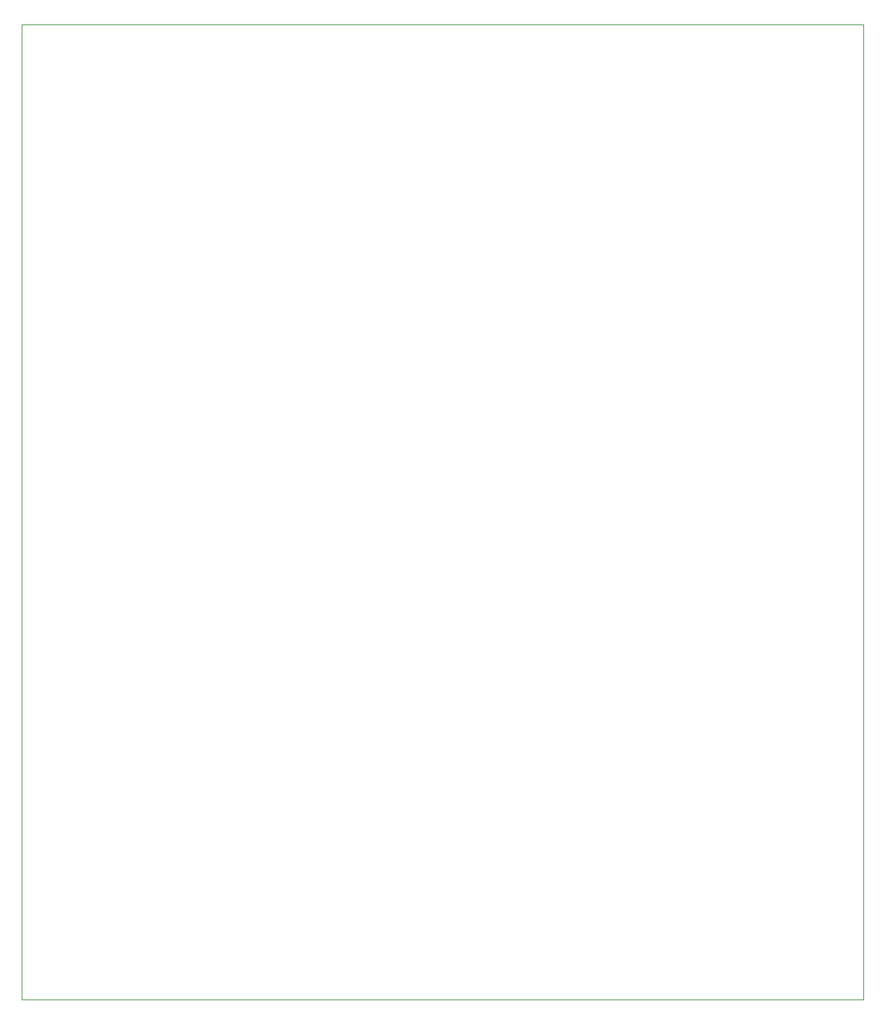
<source format=gbr>
%TF.GenerationSoftware,KiCad,Pcbnew,(7.0.0)*%
%TF.CreationDate,2023-03-09T16:04:36-06:00*%
%TF.ProjectId,RB-Macro16,52422d4d-6163-4726-9f31-362e6b696361,rev?*%
%TF.SameCoordinates,Original*%
%TF.FileFunction,Profile,NP*%
%FSLAX46Y46*%
G04 Gerber Fmt 4.6, Leading zero omitted, Abs format (unit mm)*
G04 Created by KiCad (PCBNEW (7.0.0)) date 2023-03-09 16:04:36*
%MOMM*%
%LPD*%
G01*
G04 APERTURE LIST*
%TA.AperFunction,Profile*%
%ADD10C,0.100000*%
%TD*%
G04 APERTURE END LIST*
D10*
X44000000Y-39000000D02*
X146000000Y-39000000D01*
X146000000Y-39000000D02*
X146000000Y-157000000D01*
X146000000Y-157000000D02*
X44000000Y-157000000D01*
X44000000Y-157000000D02*
X44000000Y-39000000D01*
M02*

</source>
